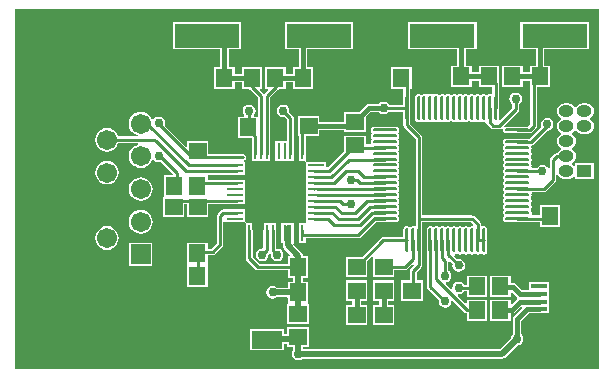
<source format=gtl>
%FSLAX23Y23*%
%MOIN*%
G70*
G01*
G75*
G04 Layer_Physical_Order=1*
G04 Layer_Color=255*
%ADD10R,0.059X0.055*%
%ADD11R,0.100X0.060*%
%ADD12R,0.055X0.059*%
%ADD13R,0.071X0.075*%
%ADD14R,0.055X0.016*%
%ADD15O,0.083X0.010*%
%ADD16O,0.010X0.083*%
%ADD17R,0.217X0.079*%
%ADD18R,0.010X0.055*%
%ADD19R,0.055X0.010*%
%ADD20R,0.163X0.163*%
%ADD21C,0.010*%
%ADD22C,0.020*%
%ADD23C,0.015*%
%ADD24O,0.050X0.040*%
%ADD25R,0.050X0.040*%
%ADD26C,0.187*%
%ADD27R,0.067X0.067*%
%ADD28C,0.067*%
%ADD29C,0.030*%
G36*
X1958Y30D02*
X10D01*
Y1230D01*
X1958D01*
Y30D01*
D02*
G37*
%LPC*%
G36*
X469Y451D02*
X391D01*
Y373D01*
X469D01*
Y451D01*
D02*
G37*
G36*
X318Y506D02*
X308Y505D01*
X298Y501D01*
X290Y494D01*
X284Y486D01*
X280Y477D01*
X279Y466D01*
X280Y456D01*
X284Y447D01*
X290Y438D01*
X298Y432D01*
X308Y428D01*
X318Y427D01*
X328Y428D01*
X338Y432D01*
X346Y438D01*
X352Y447D01*
X356Y456D01*
X358Y466D01*
X356Y477D01*
X352Y486D01*
X346Y494D01*
X338Y501D01*
X328Y505D01*
X318Y506D01*
D02*
G37*
G36*
X881Y518D02*
X840D01*
Y494D01*
X839Y492D01*
Y435D01*
X835Y431D01*
X835Y431D01*
X827Y430D01*
X820Y425D01*
X815Y418D01*
X814Y410D01*
X815Y402D01*
X820Y395D01*
X827Y390D01*
X835Y389D01*
X843Y390D01*
X850Y395D01*
X855Y402D01*
X856Y410D01*
X856Y411D01*
X857Y413D01*
X863Y413D01*
X864Y412D01*
X864Y410D01*
X865Y402D01*
X870Y395D01*
X877Y390D01*
X885Y389D01*
X893Y390D01*
X900Y395D01*
X905Y402D01*
X906Y410D01*
X905Y418D01*
X900Y425D01*
X893Y430D01*
X885Y431D01*
X881Y434D01*
Y492D01*
X881Y494D01*
Y518D01*
D02*
G37*
G36*
X706Y562D02*
X702Y561D01*
X698Y559D01*
X698Y559D01*
X687Y548D01*
X685Y544D01*
X684Y540D01*
X684Y540D01*
Y450D01*
X665Y431D01*
X653D01*
Y451D01*
X586D01*
Y379D01*
X586D01*
Y376D01*
X586D01*
Y304D01*
X653D01*
Y376D01*
X653D01*
Y379D01*
X653D01*
Y409D01*
X670D01*
X670Y409D01*
X674Y410D01*
X678Y412D01*
X703Y437D01*
X703Y437D01*
X705Y441D01*
X706Y445D01*
Y519D01*
X711Y520D01*
X711Y520D01*
Y520D01*
X711Y520D01*
X773D01*
X773D01*
X774Y520D01*
X775Y520D01*
X776Y520D01*
X777Y520D01*
X778Y519D01*
X778Y519D01*
X779Y519D01*
X779Y519D01*
X779Y519D01*
Y519D01*
X779D01*
X779Y519D01*
X779Y519D01*
X779Y518D01*
X779Y518D01*
X780Y517D01*
X780Y516D01*
X780Y515D01*
X780Y514D01*
X780Y513D01*
Y513D01*
Y494D01*
X780Y492D01*
Y399D01*
X780Y399D01*
X781Y394D01*
X783Y391D01*
X812Y362D01*
X812Y362D01*
X816Y360D01*
X820Y359D01*
X922D01*
Y334D01*
X939D01*
Y321D01*
X922D01*
Y301D01*
X883D01*
X878Y305D01*
X870Y306D01*
X862Y305D01*
X855Y300D01*
X850Y293D01*
X849Y285D01*
X850Y277D01*
X855Y270D01*
X862Y265D01*
X870Y264D01*
X878Y265D01*
X883Y269D01*
X919D01*
X922Y265D01*
Y249D01*
X919Y248D01*
X919D01*
Y181D01*
X991D01*
Y248D01*
X991D01*
X989Y249D01*
Y321D01*
X972D01*
Y334D01*
X989D01*
Y406D01*
X972D01*
Y406D01*
X971Y413D01*
X967Y418D01*
X939Y446D01*
X940Y451D01*
X940D01*
Y518D01*
X899D01*
Y451D01*
X904D01*
Y442D01*
X905Y436D01*
X908Y430D01*
X929Y410D01*
X927Y406D01*
X922D01*
Y381D01*
X825D01*
X803Y403D01*
Y492D01*
X802Y494D01*
Y518D01*
X785D01*
X785D01*
X784Y518D01*
X783Y518D01*
X783Y518D01*
X782Y518D01*
X780Y519D01*
X780Y519D01*
X780Y519D01*
X779Y519D01*
X779Y519D01*
X779D01*
X779Y519D01*
X779Y520D01*
X779Y520D01*
X779Y520D01*
X778Y522D01*
X778Y523D01*
X778Y523D01*
X778Y524D01*
X778Y525D01*
Y525D01*
Y540D01*
Y562D01*
X754D01*
X752Y562D01*
X706D01*
X706Y562D01*
D02*
G37*
G36*
X1185Y325D02*
X1114D01*
Y258D01*
X1136D01*
Y242D01*
X1114D01*
Y175D01*
X1185D01*
Y242D01*
X1163D01*
Y258D01*
X1185D01*
Y325D01*
D02*
G37*
G36*
X1276D02*
X1205D01*
Y258D01*
X1226D01*
Y244D01*
X1205D01*
Y177D01*
X1276D01*
Y244D01*
X1254D01*
Y258D01*
X1276D01*
Y325D01*
D02*
G37*
G36*
X1663Y341D02*
X1596D01*
Y269D01*
X1663D01*
Y286D01*
X1668Y288D01*
X1685Y270D01*
X1685Y270D01*
X1685Y264D01*
X1685Y264D01*
X1668Y247D01*
X1663Y249D01*
Y261D01*
X1596D01*
Y189D01*
X1663D01*
Y215D01*
X1668D01*
X1674Y216D01*
X1678Y219D01*
X1698Y238D01*
X1700Y238D01*
X1701Y233D01*
X1675Y207D01*
X1672Y202D01*
X1671Y197D01*
Y146D01*
X1670Y145D01*
X1665Y138D01*
X1664Y132D01*
X1628Y96D01*
X971D01*
Y102D01*
X991D01*
Y169D01*
X919D01*
Y147D01*
X908D01*
Y164D01*
X796D01*
Y92D01*
X908D01*
Y114D01*
X919D01*
Y102D01*
X939D01*
Y93D01*
X935Y88D01*
X934Y80D01*
X935Y72D01*
X940Y65D01*
X947Y60D01*
X955Y59D01*
X963Y60D01*
X968Y64D01*
X1635D01*
X1641Y65D01*
X1647Y68D01*
X1687Y109D01*
X1693Y110D01*
X1700Y115D01*
X1705Y122D01*
X1706Y130D01*
X1705Y138D01*
X1700Y145D01*
X1699Y146D01*
Y191D01*
X1721Y213D01*
X1725Y215D01*
X1725Y215D01*
Y215D01*
X1725Y215D01*
X1792D01*
Y241D01*
Y266D01*
Y292D01*
Y319D01*
X1725D01*
Y294D01*
X1701D01*
X1682Y313D01*
X1677Y316D01*
X1672Y317D01*
X1663D01*
Y341D01*
D02*
G37*
G36*
X430Y560D02*
X420Y559D01*
X410Y555D01*
X402Y549D01*
X396Y541D01*
X392Y531D01*
X390Y521D01*
X392Y511D01*
X396Y501D01*
X402Y493D01*
X410Y487D01*
X420Y483D01*
X430Y481D01*
X440Y483D01*
X450Y487D01*
X458Y493D01*
X464Y501D01*
X468Y511D01*
X470Y521D01*
X468Y531D01*
X464Y541D01*
X458Y549D01*
X450Y555D01*
X440Y559D01*
X430Y560D01*
D02*
G37*
G36*
X1333Y1036D02*
X1266D01*
Y964D01*
X1306D01*
Y911D01*
X1258D01*
X1255Y915D01*
X1248Y920D01*
X1240Y921D01*
X1232Y920D01*
X1225Y915D01*
X1224Y914D01*
X1191D01*
X1185Y913D01*
X1184Y912D01*
X1181Y910D01*
X1181Y910D01*
X1158Y887D01*
X1108D01*
Y854D01*
X1026D01*
Y874D01*
X954D01*
Y807D01*
X957D01*
Y748D01*
X958Y746D01*
Y722D01*
X975D01*
X975D01*
X976Y722D01*
X977Y722D01*
X977Y722D01*
X978Y722D01*
X980Y721D01*
X980Y721D01*
X980Y721D01*
X981Y721D01*
X981Y721D01*
Y721D01*
X981D01*
X981Y721D01*
X981Y720D01*
X981Y720D01*
X981Y720D01*
X982Y718D01*
X982Y717D01*
X982Y717D01*
X982Y716D01*
X982Y715D01*
Y715D01*
Y698D01*
Y678D01*
Y658D01*
Y639D01*
Y619D01*
Y599D01*
Y580D01*
Y560D01*
Y540D01*
Y525D01*
Y525D01*
X982Y524D01*
X982Y523D01*
X982Y523D01*
X982Y522D01*
X981Y520D01*
X981Y520D01*
X981Y520D01*
X981Y519D01*
X981Y519D01*
X981D01*
Y519D01*
X981Y519D01*
X980Y519D01*
X980Y519D01*
X980Y519D01*
X978Y518D01*
X977Y518D01*
X977Y518D01*
X976Y518D01*
X975Y518D01*
X975D01*
X958D01*
Y494D01*
X957Y492D01*
Y476D01*
X958Y475D01*
Y451D01*
X980D01*
Y465D01*
X1154D01*
X1154Y465D01*
X1158Y466D01*
X1161Y468D01*
X1213Y520D01*
X1245D01*
X1245Y520D01*
X1281D01*
X1285Y521D01*
X1289Y523D01*
X1291Y527D01*
X1292Y531D01*
X1291Y536D01*
X1290Y538D01*
X1289Y541D01*
X1290Y545D01*
X1291Y547D01*
X1292Y551D01*
X1291Y555D01*
X1290Y557D01*
X1289Y561D01*
X1290Y564D01*
X1291Y566D01*
X1292Y571D01*
X1291Y575D01*
X1290Y577D01*
X1289Y581D01*
X1290Y584D01*
X1291Y586D01*
X1292Y590D01*
X1291Y595D01*
X1290Y597D01*
X1289Y600D01*
X1290Y604D01*
X1291Y606D01*
X1292Y610D01*
X1291Y614D01*
X1290Y617D01*
X1289Y620D01*
X1290Y623D01*
X1291Y626D01*
X1292Y630D01*
X1291Y634D01*
X1290Y636D01*
X1289Y640D01*
X1290Y643D01*
X1291Y645D01*
X1292Y649D01*
X1291Y654D01*
X1290Y656D01*
X1289Y659D01*
X1290Y663D01*
X1291Y665D01*
X1292Y669D01*
X1291Y673D01*
X1290Y676D01*
X1289Y679D01*
X1290Y682D01*
X1291Y685D01*
X1292Y689D01*
X1291Y693D01*
X1290Y695D01*
X1289Y699D01*
X1290Y702D01*
X1291Y704D01*
X1292Y709D01*
X1291Y713D01*
X1290Y715D01*
X1289Y718D01*
X1290Y722D01*
X1291Y724D01*
X1292Y728D01*
X1291Y732D01*
X1290Y735D01*
X1289Y738D01*
X1290Y741D01*
X1291Y744D01*
X1292Y748D01*
X1291Y752D01*
X1290Y754D01*
X1289Y758D01*
X1290Y761D01*
X1291Y763D01*
X1292Y768D01*
X1291Y772D01*
X1290Y774D01*
X1289Y777D01*
X1290Y781D01*
X1291Y783D01*
X1292Y787D01*
X1291Y792D01*
X1290Y794D01*
X1289Y797D01*
X1290Y801D01*
X1291Y803D01*
X1292Y807D01*
X1291Y811D01*
X1290Y813D01*
X1289Y817D01*
X1290Y820D01*
X1291Y822D01*
X1292Y827D01*
X1291Y831D01*
X1289Y835D01*
X1285Y837D01*
X1281Y838D01*
X1208D01*
X1204Y837D01*
X1200Y835D01*
X1198Y831D01*
X1197Y827D01*
X1198Y822D01*
X1199Y820D01*
X1200Y817D01*
X1199Y813D01*
X1198Y811D01*
X1197Y807D01*
X1198Y803D01*
X1199Y801D01*
X1200Y797D01*
X1199Y794D01*
X1198Y792D01*
X1197Y787D01*
X1198Y784D01*
X1196Y781D01*
X1195Y779D01*
X1180D01*
Y808D01*
X1108D01*
Y756D01*
X1054Y702D01*
X1049Y704D01*
Y720D01*
X987D01*
X987D01*
X986Y720D01*
X985Y720D01*
X984Y720D01*
X983Y720D01*
X982Y721D01*
X982Y721D01*
X981Y721D01*
X981Y721D01*
X981Y721D01*
X981D01*
X981Y721D01*
X981Y721D01*
X981Y722D01*
X981Y722D01*
X980Y723D01*
X980Y724D01*
X980Y725D01*
X980Y726D01*
X980Y727D01*
Y727D01*
Y746D01*
X980Y748D01*
Y807D01*
X1026D01*
Y827D01*
X1108D01*
Y820D01*
X1180D01*
Y869D01*
X1196Y886D01*
X1224D01*
X1225Y885D01*
X1232Y880D01*
X1240Y879D01*
X1248Y880D01*
X1255Y885D01*
X1257Y888D01*
X1306D01*
Y843D01*
X1306Y843D01*
X1307Y838D01*
X1309Y835D01*
X1347Y798D01*
Y531D01*
X1347Y530D01*
X1347Y530D01*
Y508D01*
X1342Y505D01*
X1341Y505D01*
X1337Y506D01*
X1333Y505D01*
X1331Y504D01*
X1327Y503D01*
X1324Y504D01*
X1322Y505D01*
X1317Y506D01*
X1313Y505D01*
X1309Y503D01*
X1307Y499D01*
X1306Y495D01*
Y470D01*
X1238D01*
X1234Y469D01*
X1230Y466D01*
X1230Y466D01*
X1167Y404D01*
X1114D01*
Y337D01*
X1185D01*
Y390D01*
X1200Y405D01*
X1203Y403D01*
X1204Y403D01*
X1204Y402D01*
X1205Y402D01*
Y402D01*
Y401D01*
X1205Y399D01*
Y399D01*
Y399D01*
Y337D01*
X1276D01*
Y359D01*
X1311D01*
X1311Y359D01*
X1315Y360D01*
X1319Y362D01*
X1337Y380D01*
X1342Y378D01*
X1342Y378D01*
X1331Y366D01*
X1328Y363D01*
X1327Y358D01*
X1327Y358D01*
Y325D01*
X1299D01*
Y258D01*
X1370D01*
Y325D01*
X1350D01*
Y354D01*
X1365Y368D01*
X1365Y368D01*
X1367Y372D01*
X1368Y376D01*
X1368Y376D01*
Y455D01*
X1368Y455D01*
X1369Y460D01*
X1369Y460D01*
Y520D01*
X1530D01*
X1539Y511D01*
X1538Y506D01*
X1537Y505D01*
X1534Y506D01*
X1530Y505D01*
X1527Y504D01*
X1524Y503D01*
X1521Y504D01*
X1518Y505D01*
X1514Y506D01*
X1510Y505D01*
X1508Y504D01*
X1504Y503D01*
X1501Y504D01*
X1499Y505D01*
X1495Y506D01*
X1490Y505D01*
X1488Y504D01*
X1485Y503D01*
X1481Y504D01*
X1479Y505D01*
X1475Y506D01*
X1471Y505D01*
X1468Y504D01*
X1465Y503D01*
X1462Y504D01*
X1459Y505D01*
X1455Y506D01*
X1451Y505D01*
X1449Y504D01*
X1445Y503D01*
X1442Y504D01*
X1440Y505D01*
X1435Y506D01*
X1431Y505D01*
X1429Y504D01*
X1426Y503D01*
X1422Y504D01*
X1420Y505D01*
X1416Y506D01*
X1412Y505D01*
X1409Y504D01*
X1406Y503D01*
X1403Y504D01*
X1400Y505D01*
X1396Y506D01*
X1392Y505D01*
X1388Y503D01*
X1386Y499D01*
X1385Y495D01*
Y459D01*
X1385Y459D01*
Y304D01*
X1385Y304D01*
X1386Y300D01*
X1388Y296D01*
X1425Y260D01*
X1424Y255D01*
X1425Y247D01*
X1430Y240D01*
X1437Y235D01*
X1445Y234D01*
X1453Y235D01*
X1460Y240D01*
X1465Y247D01*
X1466Y255D01*
X1466Y256D01*
X1471Y258D01*
X1509Y220D01*
X1509Y220D01*
X1512Y218D01*
X1517Y217D01*
X1517D01*
Y189D01*
X1584D01*
Y261D01*
X1517D01*
Y250D01*
X1512Y248D01*
X1487Y274D01*
X1489Y279D01*
X1490Y279D01*
X1498Y280D01*
X1505Y285D01*
X1508Y289D01*
X1517D01*
Y269D01*
X1584D01*
Y341D01*
X1517D01*
Y311D01*
X1508D01*
X1505Y315D01*
X1498Y320D01*
X1490Y321D01*
X1482Y320D01*
X1475Y315D01*
X1470Y308D01*
X1469Y300D01*
X1469Y299D01*
X1464Y297D01*
X1447Y314D01*
X1449Y319D01*
X1453Y320D01*
X1460Y325D01*
X1465Y332D01*
X1466Y340D01*
X1465Y348D01*
X1460Y355D01*
X1456Y358D01*
Y386D01*
X1461Y388D01*
X1470Y380D01*
X1469Y375D01*
X1471Y367D01*
X1475Y360D01*
X1482Y355D01*
X1490Y354D01*
X1499Y355D01*
X1506Y360D01*
X1510Y367D01*
X1511Y370D01*
X1511Y371D01*
X1512Y375D01*
X1511Y379D01*
X1511Y380D01*
X1510Y383D01*
X1506Y390D01*
X1499Y395D01*
X1490Y396D01*
X1486Y395D01*
X1475Y406D01*
X1477Y411D01*
X1479Y412D01*
X1481Y413D01*
X1485Y414D01*
X1488Y413D01*
X1490Y412D01*
X1495Y411D01*
X1499Y412D01*
X1501Y413D01*
X1504Y414D01*
X1508Y413D01*
X1510Y412D01*
X1514Y411D01*
X1518Y412D01*
X1521Y413D01*
X1524Y414D01*
X1527Y413D01*
X1530Y412D01*
X1534Y411D01*
X1538Y412D01*
X1540Y413D01*
X1544Y414D01*
X1547Y413D01*
X1549Y412D01*
X1554Y411D01*
X1558Y412D01*
X1560Y413D01*
X1563Y414D01*
X1567Y413D01*
X1569Y412D01*
X1573Y411D01*
X1578Y412D01*
X1581Y414D01*
X1584Y418D01*
X1584Y422D01*
Y458D01*
X1584Y459D01*
X1584Y459D01*
Y495D01*
X1584Y499D01*
X1581Y503D01*
X1578Y505D01*
X1573Y506D01*
X1570Y505D01*
X1567Y507D01*
X1565Y508D01*
Y512D01*
X1565Y512D01*
X1564Y517D01*
X1562Y520D01*
X1562Y520D01*
X1543Y539D01*
X1539Y541D01*
X1535Y542D01*
X1535Y542D01*
X1369D01*
Y802D01*
X1369Y802D01*
X1368Y807D01*
X1366Y810D01*
X1366Y810D01*
X1329Y847D01*
Y899D01*
Y964D01*
X1333D01*
Y1036D01*
D02*
G37*
G36*
X1914Y915D02*
X1904D01*
X1898Y914D01*
X1891Y912D01*
X1886Y908D01*
X1882Y903D01*
X1879Y902D01*
X1877Y903D01*
X1873Y908D01*
X1867Y912D01*
X1861Y914D01*
X1854Y915D01*
X1844D01*
X1838Y914D01*
X1831Y912D01*
X1826Y908D01*
X1822Y902D01*
X1819Y896D01*
X1818Y889D01*
X1819Y882D01*
X1822Y876D01*
X1826Y870D01*
X1831Y867D01*
X1831Y864D01*
X1831Y861D01*
X1826Y858D01*
X1822Y852D01*
X1819Y846D01*
X1818Y839D01*
X1819Y832D01*
X1822Y826D01*
X1826Y820D01*
X1831Y817D01*
X1831Y814D01*
X1831Y811D01*
X1826Y808D01*
X1822Y802D01*
X1819Y796D01*
X1818Y789D01*
X1819Y782D01*
X1822Y776D01*
X1826Y770D01*
X1831Y767D01*
X1831Y764D01*
X1831Y761D01*
X1826Y758D01*
X1822Y752D01*
X1821Y750D01*
X1818D01*
X1818Y750D01*
X1814Y749D01*
X1810Y747D01*
X1810Y747D01*
X1796Y733D01*
X1794Y729D01*
X1793Y725D01*
X1793Y725D01*
Y701D01*
X1792Y700D01*
X1785Y702D01*
X1784Y704D01*
X1777Y709D01*
X1768Y710D01*
X1760Y709D01*
X1753Y704D01*
X1751Y700D01*
X1735D01*
X1734Y702D01*
X1732Y705D01*
X1733Y709D01*
X1732Y713D01*
X1731Y715D01*
X1730Y718D01*
X1731Y722D01*
X1732Y724D01*
X1733Y728D01*
X1732Y732D01*
X1731Y735D01*
X1730Y738D01*
X1731Y741D01*
X1732Y744D01*
X1733Y748D01*
X1732Y752D01*
X1731Y754D01*
X1730Y758D01*
X1731Y761D01*
X1732Y763D01*
X1733Y768D01*
X1732Y771D01*
X1732Y772D01*
X1735Y777D01*
X1737Y777D01*
X1740Y779D01*
X1785Y824D01*
X1785Y824D01*
X1793Y825D01*
X1800Y830D01*
X1805Y837D01*
X1806Y845D01*
X1805Y853D01*
X1800Y860D01*
X1793Y865D01*
X1785Y866D01*
X1777Y865D01*
X1770Y860D01*
X1765Y853D01*
X1764Y845D01*
X1765Y837D01*
X1766Y836D01*
X1728Y798D01*
X1685D01*
X1685Y798D01*
X1649D01*
X1645Y798D01*
X1641Y795D01*
X1639Y792D01*
X1638Y787D01*
X1639Y783D01*
X1640Y781D01*
X1641Y777D01*
X1640Y774D01*
X1639Y772D01*
X1638Y768D01*
X1639Y763D01*
X1640Y761D01*
X1641Y758D01*
X1640Y754D01*
X1639Y752D01*
X1638Y748D01*
X1639Y744D01*
X1640Y741D01*
X1641Y738D01*
X1640Y735D01*
X1639Y732D01*
X1638Y728D01*
X1639Y724D01*
X1640Y722D01*
X1641Y718D01*
X1640Y715D01*
X1639Y713D01*
X1638Y709D01*
X1639Y704D01*
X1640Y702D01*
X1641Y699D01*
X1640Y695D01*
X1639Y693D01*
X1638Y689D01*
X1639Y685D01*
X1640Y682D01*
X1641Y679D01*
X1640Y676D01*
X1639Y673D01*
X1638Y669D01*
X1639Y665D01*
X1640Y663D01*
X1641Y659D01*
X1640Y656D01*
X1639Y654D01*
X1638Y649D01*
X1639Y645D01*
X1640Y643D01*
X1641Y640D01*
X1640Y636D01*
X1639Y634D01*
X1638Y630D01*
X1639Y626D01*
X1640Y623D01*
X1641Y620D01*
X1640Y617D01*
X1639Y614D01*
X1638Y610D01*
X1639Y606D01*
X1640Y604D01*
X1641Y600D01*
X1640Y597D01*
X1639Y595D01*
X1638Y590D01*
X1639Y586D01*
X1640Y584D01*
X1641Y581D01*
X1640Y577D01*
X1639Y575D01*
X1638Y571D01*
X1639Y566D01*
X1640Y564D01*
X1641Y561D01*
X1640Y557D01*
X1639Y555D01*
X1638Y551D01*
X1639Y547D01*
X1640Y545D01*
X1641Y541D01*
X1640Y538D01*
X1639Y536D01*
X1638Y531D01*
X1639Y527D01*
X1641Y523D01*
X1645Y521D01*
X1649Y520D01*
X1685D01*
X1685Y520D01*
X1762D01*
Y504D01*
X1829D01*
Y576D01*
X1762D01*
Y543D01*
X1735D01*
X1734Y545D01*
X1732Y548D01*
X1733Y551D01*
X1732Y555D01*
X1731Y557D01*
X1730Y561D01*
X1731Y564D01*
X1732Y566D01*
X1733Y571D01*
X1732Y575D01*
X1731Y577D01*
X1730Y581D01*
X1731Y584D01*
X1732Y586D01*
X1733Y590D01*
X1732Y595D01*
X1731Y597D01*
X1730Y600D01*
X1731Y604D01*
X1732Y606D01*
X1733Y610D01*
X1732Y614D01*
X1734Y616D01*
X1735Y619D01*
X1773D01*
X1773Y619D01*
X1778Y619D01*
X1781Y622D01*
X1812Y653D01*
X1812Y653D01*
X1814Y656D01*
X1815Y660D01*
X1815Y660D01*
Y678D01*
X1820Y679D01*
X1822Y676D01*
X1826Y670D01*
X1831Y666D01*
X1838Y664D01*
X1844Y663D01*
X1854D01*
X1861Y664D01*
X1867Y666D01*
X1873Y670D01*
X1873Y671D01*
X1878Y669D01*
Y663D01*
X1940D01*
Y715D01*
X1878D01*
Y709D01*
X1873Y707D01*
X1873Y708D01*
X1868Y711D01*
X1868Y714D01*
X1868Y717D01*
X1873Y720D01*
X1877Y726D01*
X1880Y732D01*
X1881Y739D01*
X1880Y746D01*
X1877Y752D01*
X1873Y758D01*
X1868Y761D01*
X1868Y764D01*
X1868Y767D01*
X1873Y770D01*
X1877Y776D01*
X1880Y782D01*
X1881Y789D01*
X1880Y796D01*
X1877Y802D01*
X1873Y808D01*
X1868Y811D01*
X1868Y814D01*
X1868Y817D01*
X1873Y820D01*
X1877Y825D01*
X1879Y826D01*
X1882Y825D01*
X1886Y820D01*
X1891Y816D01*
X1898Y814D01*
X1904Y813D01*
X1914D01*
X1921Y814D01*
X1927Y816D01*
X1933Y820D01*
X1937Y826D01*
X1940Y832D01*
X1941Y839D01*
X1940Y846D01*
X1937Y852D01*
X1933Y858D01*
X1928Y861D01*
X1928Y864D01*
X1928Y867D01*
X1933Y870D01*
X1937Y876D01*
X1940Y882D01*
X1941Y889D01*
X1940Y896D01*
X1937Y902D01*
X1933Y908D01*
X1927Y912D01*
X1921Y914D01*
X1914Y915D01*
D02*
G37*
G36*
X1924Y1185D02*
X1696D01*
Y1095D01*
X1747D01*
Y1041D01*
X1727D01*
Y1019D01*
X1703D01*
Y1041D01*
X1636D01*
Y969D01*
X1703D01*
Y991D01*
X1727D01*
Y969D01*
X1729D01*
Y845D01*
X1722Y838D01*
X1685D01*
X1685Y838D01*
X1649D01*
X1645Y837D01*
X1642Y841D01*
X1688Y887D01*
X1688Y887D01*
X1690Y891D01*
X1691Y895D01*
Y912D01*
X1695Y915D01*
X1700Y922D01*
X1701Y930D01*
X1700Y938D01*
X1695Y945D01*
X1688Y950D01*
X1680Y951D01*
X1672Y950D01*
X1665Y945D01*
X1660Y938D01*
X1659Y930D01*
X1660Y922D01*
X1665Y915D01*
X1669Y912D01*
Y900D01*
X1628Y859D01*
X1623Y861D01*
X1624Y863D01*
Y899D01*
X1624Y899D01*
Y969D01*
X1624D01*
Y1041D01*
X1557D01*
Y1019D01*
X1533D01*
Y1041D01*
X1513D01*
Y1095D01*
X1550D01*
Y1185D01*
X1322D01*
Y1095D01*
X1486D01*
Y1041D01*
X1466D01*
Y969D01*
X1533D01*
Y991D01*
X1557D01*
Y969D01*
X1601D01*
Y949D01*
X1599Y948D01*
X1596Y946D01*
X1593Y947D01*
X1589Y946D01*
X1585Y944D01*
X1581D01*
X1578Y946D01*
X1573Y947D01*
X1569Y946D01*
X1565Y944D01*
X1561D01*
X1558Y946D01*
X1554Y947D01*
X1549Y946D01*
X1546Y944D01*
X1542D01*
X1538Y946D01*
X1534Y947D01*
X1530Y946D01*
X1526Y944D01*
X1522D01*
X1518Y946D01*
X1514Y947D01*
X1510Y946D01*
X1508Y945D01*
X1504Y944D01*
X1501Y945D01*
X1499Y946D01*
X1495Y947D01*
X1490Y946D01*
X1488Y945D01*
X1485Y944D01*
X1481Y945D01*
X1479Y946D01*
X1475Y947D01*
X1471Y946D01*
X1467Y944D01*
X1463D01*
X1459Y946D01*
X1455Y947D01*
X1451Y946D01*
X1449Y945D01*
X1445Y944D01*
X1442Y945D01*
X1440Y946D01*
X1435Y947D01*
X1431Y946D01*
X1428Y944D01*
X1424D01*
X1420Y946D01*
X1416Y947D01*
X1412Y946D01*
X1409Y945D01*
X1406Y944D01*
X1403Y945D01*
X1400Y946D01*
X1396Y947D01*
X1392Y946D01*
X1390Y945D01*
X1386Y944D01*
X1383Y945D01*
X1381Y946D01*
X1376Y947D01*
X1372Y946D01*
X1369Y944D01*
X1365D01*
X1361Y946D01*
X1357Y947D01*
X1352Y946D01*
X1349Y944D01*
X1346Y940D01*
X1346Y936D01*
Y863D01*
X1346Y859D01*
X1349Y855D01*
X1352Y853D01*
X1357Y852D01*
X1361Y853D01*
X1365Y855D01*
X1369D01*
X1372Y853D01*
X1376Y852D01*
X1381Y853D01*
X1383Y854D01*
X1386Y855D01*
X1390Y854D01*
X1392Y853D01*
X1396Y852D01*
X1400Y853D01*
X1403Y854D01*
X1406Y855D01*
X1409Y854D01*
X1412Y853D01*
X1416Y852D01*
X1420Y853D01*
X1424Y855D01*
X1428D01*
X1431Y853D01*
X1435Y852D01*
X1440Y853D01*
X1442Y854D01*
X1445Y855D01*
X1449Y854D01*
X1451Y853D01*
X1455Y852D01*
X1459Y853D01*
X1463Y855D01*
X1467D01*
X1471Y853D01*
X1475Y852D01*
X1479Y853D01*
X1481Y854D01*
X1485Y855D01*
X1488Y854D01*
X1490Y853D01*
X1495Y852D01*
X1499Y853D01*
X1501Y854D01*
X1504Y855D01*
X1508Y854D01*
X1510Y853D01*
X1514Y852D01*
X1518Y853D01*
X1522Y855D01*
X1526D01*
X1530Y853D01*
X1534Y852D01*
X1538Y853D01*
X1542Y855D01*
X1546D01*
X1549Y853D01*
X1554Y852D01*
X1558Y853D01*
X1561Y855D01*
X1565D01*
X1569Y853D01*
X1573Y852D01*
X1577Y853D01*
X1578Y852D01*
X1582Y850D01*
X1583Y848D01*
X1585Y844D01*
X1597Y832D01*
X1597Y832D01*
X1601Y830D01*
X1605Y829D01*
X1605Y829D01*
X1625D01*
X1625Y829D01*
X1629Y830D01*
X1633Y832D01*
X1635Y834D01*
X1639Y831D01*
X1638Y827D01*
X1639Y822D01*
X1641Y819D01*
X1645Y816D01*
X1649Y816D01*
X1685D01*
X1685Y815D01*
X1727D01*
X1727Y815D01*
X1731Y816D01*
X1735Y819D01*
X1748Y832D01*
X1750Y836D01*
X1751Y840D01*
X1751Y840D01*
Y969D01*
X1794D01*
Y1041D01*
X1774D01*
Y1095D01*
X1924D01*
Y1185D01*
D02*
G37*
G36*
X1139D02*
X911D01*
Y1095D01*
X957D01*
Y1036D01*
X937D01*
Y1014D01*
X913D01*
Y1036D01*
X846D01*
Y964D01*
X853D01*
X855Y960D01*
X844Y949D01*
X841Y948D01*
X837Y949D01*
X826Y960D01*
X828Y964D01*
X834D01*
Y1036D01*
X767D01*
Y1014D01*
X743D01*
Y1036D01*
X723D01*
Y1095D01*
X765D01*
Y1185D01*
X537D01*
Y1095D01*
X696D01*
Y1036D01*
X676D01*
Y964D01*
X743D01*
Y986D01*
X767D01*
Y964D01*
X791D01*
X791Y964D01*
X793Y961D01*
X820Y935D01*
Y871D01*
X809D01*
X808Y872D01*
X807Y876D01*
X811Y882D01*
X813Y890D01*
X811Y898D01*
X806Y905D01*
X800Y910D01*
X791Y911D01*
X783Y910D01*
X776Y905D01*
X772Y898D01*
X770Y890D01*
X772Y882D01*
X776Y876D01*
X775Y872D01*
X773Y871D01*
X756D01*
Y799D01*
X800D01*
Y748D01*
X800Y746D01*
Y722D01*
X861D01*
Y746D01*
X862Y748D01*
Y935D01*
X888Y961D01*
X888Y961D01*
X890Y964D01*
X913D01*
Y986D01*
X937D01*
Y964D01*
X1004D01*
Y1036D01*
X984D01*
Y1095D01*
X1139D01*
Y1185D01*
D02*
G37*
G36*
X318Y724D02*
X308Y723D01*
X298Y719D01*
X290Y712D01*
X284Y704D01*
X280Y695D01*
X279Y684D01*
X280Y674D01*
X284Y665D01*
X290Y656D01*
X298Y650D01*
X308Y646D01*
X318Y645D01*
X328Y646D01*
X338Y650D01*
X346Y656D01*
X352Y665D01*
X356Y674D01*
X358Y684D01*
X356Y695D01*
X352Y704D01*
X346Y712D01*
X338Y719D01*
X328Y723D01*
X318Y724D01*
D02*
G37*
G36*
X430Y670D02*
X420Y668D01*
X410Y664D01*
X402Y658D01*
X396Y650D01*
X392Y640D01*
X390Y630D01*
X392Y620D01*
X396Y610D01*
X402Y602D01*
X410Y596D01*
X420Y592D01*
X430Y590D01*
X440Y592D01*
X450Y596D01*
X458Y602D01*
X464Y610D01*
X468Y620D01*
X470Y630D01*
X468Y640D01*
X464Y650D01*
X458Y658D01*
X450Y664D01*
X440Y668D01*
X430Y670D01*
D02*
G37*
G36*
Y888D02*
X420Y886D01*
X410Y882D01*
X402Y876D01*
X396Y868D01*
X392Y858D01*
X390Y848D01*
X392Y838D01*
X396Y828D01*
X402Y820D01*
X410Y814D01*
X420Y810D01*
X420Y810D01*
X420Y805D01*
X356D01*
X352Y813D01*
X346Y822D01*
X338Y828D01*
X328Y832D01*
X318Y833D01*
X308Y832D01*
X298Y828D01*
X290Y822D01*
X284Y813D01*
X280Y804D01*
X279Y794D01*
X280Y783D01*
X284Y774D01*
X290Y765D01*
X298Y759D01*
X308Y755D01*
X318Y754D01*
X328Y755D01*
X338Y759D01*
X346Y765D01*
X352Y774D01*
X356Y782D01*
X420D01*
X420Y777D01*
X420Y777D01*
X410Y773D01*
X402Y767D01*
X396Y759D01*
X392Y749D01*
X390Y739D01*
X392Y729D01*
X396Y719D01*
X402Y711D01*
X410Y705D01*
X420Y701D01*
X430Y699D01*
X440Y701D01*
X450Y705D01*
X458Y711D01*
X464Y719D01*
X467Y727D01*
X472Y728D01*
X473Y728D01*
X475Y725D01*
X482Y720D01*
X490Y719D01*
X498Y720D01*
X499Y721D01*
X539Y681D01*
X537Y676D01*
X507D01*
Y608D01*
X507Y607D01*
X504Y603D01*
D01*
Y602D01*
X504Y601D01*
Y536D01*
X576D01*
Y579D01*
X584D01*
Y536D01*
X656D01*
Y579D01*
X752D01*
X754Y580D01*
X778D01*
Y599D01*
Y619D01*
Y639D01*
Y660D01*
X754D01*
X752Y661D01*
X656D01*
X653Y664D01*
Y673D01*
X653Y676D01*
X657Y678D01*
D01*
X752D01*
X754Y678D01*
X778D01*
Y698D01*
Y720D01*
X774D01*
X774Y725D01*
X774Y725D01*
X778Y727D01*
X780Y731D01*
X781Y735D01*
X780Y739D01*
X778Y743D01*
X774Y745D01*
X770Y746D01*
X656D01*
Y789D01*
X584D01*
Y773D01*
X580Y771D01*
X509Y841D01*
X510Y842D01*
X511Y850D01*
X510Y858D01*
X505Y865D01*
X498Y870D01*
X490Y871D01*
X482Y870D01*
X475Y865D01*
X472Y861D01*
X467Y862D01*
X464Y868D01*
X458Y876D01*
X450Y882D01*
X440Y886D01*
X430Y888D01*
D02*
G37*
G36*
X905Y911D02*
X897Y910D01*
X890Y905D01*
X885Y898D01*
X884Y890D01*
X885Y882D01*
X890Y875D01*
X897Y870D01*
X905Y869D01*
X910Y870D01*
X918Y861D01*
Y789D01*
X879D01*
Y722D01*
X940D01*
Y746D01*
X940Y748D01*
Y866D01*
X940Y866D01*
X940Y870D01*
X937Y874D01*
X937Y874D01*
X925Y885D01*
X926Y890D01*
X925Y898D01*
X920Y905D01*
X913Y910D01*
X905Y911D01*
D02*
G37*
%LPD*%
D10*
X1150Y291D02*
D03*
Y370D02*
D03*
Y130D02*
D03*
Y209D02*
D03*
X990Y919D02*
D03*
Y841D02*
D03*
X620Y491D02*
D03*
Y569D02*
D03*
X540Y491D02*
D03*
Y569D02*
D03*
X1335Y291D02*
D03*
Y213D02*
D03*
X955Y136D02*
D03*
Y214D02*
D03*
X1240Y210D02*
D03*
Y131D02*
D03*
X1144Y775D02*
D03*
Y853D02*
D03*
X1240Y370D02*
D03*
Y291D02*
D03*
X620Y834D02*
D03*
Y756D02*
D03*
D11*
X679Y128D02*
D03*
X852D02*
D03*
D12*
X631Y1000D02*
D03*
X709D02*
D03*
X1049D02*
D03*
X971D02*
D03*
X711Y835D02*
D03*
X789D02*
D03*
X1034Y370D02*
D03*
X956D02*
D03*
X541Y415D02*
D03*
X619D02*
D03*
X541Y340D02*
D03*
X619D02*
D03*
X1299Y1000D02*
D03*
X1221D02*
D03*
X1839Y1005D02*
D03*
X1761D02*
D03*
X1421D02*
D03*
X1499D02*
D03*
X1874Y540D02*
D03*
X1796D02*
D03*
X1034Y285D02*
D03*
X956D02*
D03*
X801Y1000D02*
D03*
X879D02*
D03*
X1669Y1005D02*
D03*
X1591D02*
D03*
X1629Y305D02*
D03*
X1551D02*
D03*
X1629Y225D02*
D03*
X1551D02*
D03*
X541Y640D02*
D03*
X619D02*
D03*
D13*
X1863Y437D02*
D03*
Y123D02*
D03*
D14*
X1758Y280D02*
D03*
Y331D02*
D03*
Y306D02*
D03*
Y229D02*
D03*
Y254D02*
D03*
D15*
X1245Y531D02*
D03*
Y551D02*
D03*
Y571D02*
D03*
Y590D02*
D03*
Y610D02*
D03*
Y630D02*
D03*
Y649D02*
D03*
Y669D02*
D03*
Y689D02*
D03*
Y709D02*
D03*
Y728D02*
D03*
Y748D02*
D03*
Y768D02*
D03*
Y787D02*
D03*
Y807D02*
D03*
Y827D02*
D03*
X1685D02*
D03*
Y807D02*
D03*
Y787D02*
D03*
Y768D02*
D03*
Y748D02*
D03*
Y728D02*
D03*
Y709D02*
D03*
Y689D02*
D03*
Y669D02*
D03*
Y649D02*
D03*
Y630D02*
D03*
Y610D02*
D03*
Y590D02*
D03*
Y571D02*
D03*
Y551D02*
D03*
Y531D02*
D03*
D16*
X1317Y899D02*
D03*
X1337D02*
D03*
X1357D02*
D03*
X1376D02*
D03*
X1396D02*
D03*
X1416D02*
D03*
X1435D02*
D03*
X1455D02*
D03*
X1475D02*
D03*
X1495D02*
D03*
X1514D02*
D03*
X1534D02*
D03*
X1554D02*
D03*
X1573D02*
D03*
X1593D02*
D03*
X1613D02*
D03*
Y459D02*
D03*
X1593D02*
D03*
X1573D02*
D03*
X1554D02*
D03*
X1534D02*
D03*
X1514D02*
D03*
X1495D02*
D03*
X1475D02*
D03*
X1455D02*
D03*
X1435D02*
D03*
X1416D02*
D03*
X1396D02*
D03*
X1376D02*
D03*
X1357D02*
D03*
X1337D02*
D03*
X1317D02*
D03*
D17*
X1025Y1140D02*
D03*
X651D02*
D03*
X1810D02*
D03*
X1436D02*
D03*
D18*
X791Y756D02*
D03*
X811D02*
D03*
X831D02*
D03*
X850D02*
D03*
X870D02*
D03*
X890D02*
D03*
X910D02*
D03*
X929D02*
D03*
X949D02*
D03*
X969D02*
D03*
Y484D02*
D03*
X949D02*
D03*
X929D02*
D03*
X910D02*
D03*
X890D02*
D03*
X870D02*
D03*
X850D02*
D03*
X831D02*
D03*
X811D02*
D03*
X791D02*
D03*
D19*
X1016Y709D02*
D03*
Y689D02*
D03*
Y669D02*
D03*
Y650D02*
D03*
Y630D02*
D03*
Y610D02*
D03*
Y590D02*
D03*
Y571D02*
D03*
Y551D02*
D03*
Y531D02*
D03*
X744D02*
D03*
Y551D02*
D03*
Y571D02*
D03*
Y590D02*
D03*
Y610D02*
D03*
Y630D02*
D03*
Y650D02*
D03*
Y669D02*
D03*
Y689D02*
D03*
Y709D02*
D03*
D20*
X880Y620D02*
D03*
D21*
X820Y370D02*
X946D01*
X791Y399D02*
X820Y370D01*
X791Y399D02*
Y492D01*
X946Y370D02*
X956Y360D01*
X620Y420D02*
X670D01*
X620Y349D02*
Y420D01*
Y349D02*
X629Y340D01*
X870Y425D02*
X885Y410D01*
X870Y425D02*
Y492D01*
X835Y410D02*
X850Y425D01*
Y492D01*
X1358Y531D02*
Y802D01*
X1317Y843D02*
X1358Y802D01*
X1317Y843D02*
Y899D01*
X1075Y510D02*
X1160D01*
X1054Y531D02*
X1075Y510D01*
X1008Y531D02*
X1054D01*
X1160Y510D02*
X1201Y551D01*
X1196Y571D02*
X1245D01*
X1155Y530D02*
X1196Y571D01*
X1090Y530D02*
X1155D01*
X1069Y551D02*
X1090Y530D01*
X1008Y551D02*
X1069D01*
X1145Y550D02*
X1185Y590D01*
X1100Y550D02*
X1145D01*
X1079Y571D02*
X1100Y550D01*
X1185Y590D02*
X1245D01*
X1008Y571D02*
X1079D01*
X1176Y669D02*
X1243D01*
X1155Y690D02*
X1176Y669D01*
X1114Y690D02*
X1155D01*
X1161Y649D02*
X1245D01*
X1150Y660D02*
X1161Y649D01*
X1130Y660D02*
X1150D01*
X1074Y650D02*
X1114Y690D01*
X1105Y580D02*
X1130D01*
X1095Y590D02*
X1105Y580D01*
X1008Y590D02*
X1095D01*
X1130Y580D02*
X1130Y580D01*
X695Y445D02*
Y540D01*
X670Y420D02*
X695Y445D01*
Y540D02*
X706Y551D01*
X551Y640D02*
Y684D01*
X495Y740D02*
X551Y684D01*
X490Y740D02*
X495D01*
X639Y650D02*
X752D01*
X629Y640D02*
X639Y650D01*
X591Y709D02*
X752D01*
X452Y848D02*
X591Y709D01*
X430Y848D02*
X452D01*
X476Y794D02*
X481Y789D01*
X318Y794D02*
X476D01*
X490Y845D02*
Y850D01*
Y845D02*
X600Y735D01*
X481Y789D02*
X581Y689D01*
X481Y789D02*
X481D01*
X581Y689D02*
X752D01*
X600Y735D02*
X770D01*
X706Y551D02*
X752D01*
X576Y590D02*
X752D01*
X561D02*
X576D01*
X550Y579D02*
X561Y590D01*
X1396Y304D02*
Y459D01*
Y304D02*
X1445Y255D01*
Y340D02*
Y390D01*
X1435Y399D02*
X1445Y390D01*
X1416Y329D02*
X1517Y228D01*
X1490Y300D02*
X1552D01*
X1517Y228D02*
X1555D01*
X1416Y329D02*
Y459D01*
X1140Y771D02*
X1143Y768D01*
X1245D01*
X1123Y728D02*
X1245D01*
X1064Y669D02*
X1123Y728D01*
X1008Y669D02*
X1064D01*
X1057Y689D02*
X1135Y767D01*
X1008Y689D02*
X1057D01*
X1008Y650D02*
X1074D01*
X1244Y610D02*
X1245Y610D01*
X1018Y610D02*
X1244D01*
X1018Y630D02*
X1245D01*
X1008Y630D02*
X1008Y630D01*
X850Y940D02*
X880Y969D01*
X929Y748D02*
Y866D01*
X905Y890D02*
X929Y866D01*
X1613Y899D02*
Y983D01*
X1591Y1005D02*
X1613Y983D01*
X1685Y827D02*
X1727D01*
X1740Y840D01*
Y984D01*
X1761Y1005D01*
X1593Y852D02*
Y899D01*
Y852D02*
X1605Y840D01*
X1625D01*
X1241Y899D02*
X1317D01*
X1240Y900D02*
X1241Y899D01*
X801Y969D02*
Y1010D01*
X880Y969D02*
Y1000D01*
X1317Y899D02*
Y982D01*
X1299Y1000D02*
X1317Y982D01*
X969Y748D02*
Y819D01*
X990Y841D01*
X1357Y459D02*
X1358Y460D01*
X1685Y531D02*
X1787D01*
X1796Y540D01*
X1358Y460D02*
Y530D01*
X1554Y459D02*
X1573D01*
X1554D02*
Y512D01*
X1535Y531D02*
X1554Y512D01*
X1358Y531D02*
X1535D01*
X1625Y840D02*
X1680Y895D01*
Y930D01*
X969Y476D02*
Y492D01*
X1435Y399D02*
Y459D01*
X1240Y370D02*
X1311D01*
X1337Y396D01*
Y459D01*
X1150Y370D02*
X1238Y459D01*
X1317D01*
X1357Y376D02*
Y459D01*
X1339Y358D02*
X1357Y376D01*
X1339Y295D02*
Y358D01*
X1335Y291D02*
X1339Y295D01*
X850Y748D02*
Y940D01*
X801Y969D02*
X831Y939D01*
Y748D02*
Y939D01*
X789Y830D02*
X791Y832D01*
Y890D01*
X811Y748D02*
Y808D01*
X789Y830D02*
X811Y808D01*
X1685Y787D02*
X1732D01*
X1785Y840D01*
Y845D01*
X1774Y689D02*
X1775Y688D01*
X969Y476D02*
X1154D01*
X1209Y531D01*
X1245D01*
X1201Y551D02*
X1245D01*
X1768Y689D02*
X1772Y685D01*
X1775Y688D01*
X1685Y689D02*
X1768D01*
X1774D01*
X1818Y739D02*
X1854D01*
X1804Y725D02*
X1818Y739D01*
X1685Y630D02*
X1773D01*
X1804Y660D01*
Y725D01*
X1490Y375D02*
X1501D01*
X1455Y410D02*
Y459D01*
Y410D02*
X1490Y375D01*
D22*
X956Y285D02*
Y406D01*
X920Y442D02*
X956Y406D01*
X920Y442D02*
Y499D01*
X855Y131D02*
X955D01*
Y136D01*
Y80D02*
Y131D01*
X956Y215D02*
Y285D01*
X955Y214D02*
X956Y215D01*
X870Y285D02*
X956D01*
X852Y128D02*
X855Y131D01*
X965Y285D02*
X966Y286D01*
X1635Y80D02*
X1685Y130D01*
X955Y80D02*
X1635D01*
D23*
X1552Y300D02*
X1555Y303D01*
X1694Y254D02*
X1758D01*
X1695Y280D02*
X1758D01*
X1240Y210D02*
Y291D01*
X709Y1000D02*
X801D01*
X971Y1150D02*
X1041D01*
X667D02*
X709D01*
Y1000D02*
Y1150D01*
X879Y1000D02*
X880D01*
X971D01*
Y1150D01*
X1669Y1005D02*
X1761D01*
Y1131D01*
X1780Y1150D01*
X1810D01*
X1499Y1005D02*
X1591D01*
X1436Y1150D02*
X1475D01*
X1499Y1126D01*
Y1005D02*
Y1126D01*
X990Y841D02*
X1131D01*
X1144Y853D01*
X1191Y900D01*
X1240D01*
X1150Y209D02*
Y291D01*
X1672Y303D02*
X1695Y280D01*
X1634Y303D02*
X1672D01*
X1668Y228D02*
X1694Y254D01*
X1634Y228D02*
X1668D01*
X1685Y130D02*
Y197D01*
X1717Y229D01*
X1758D01*
D24*
X1849Y889D02*
D03*
X1909D02*
D03*
X1849Y839D02*
D03*
X1909D02*
D03*
X1849Y789D02*
D03*
X1909D02*
D03*
X1849Y739D02*
D03*
X1909D02*
D03*
X1849Y689D02*
D03*
D25*
X1909D02*
D03*
D26*
X374Y1122D02*
D03*
Y138D02*
D03*
D27*
X430Y412D02*
D03*
D28*
X318Y466D02*
D03*
X430Y521D02*
D03*
X318Y575D02*
D03*
X430Y630D02*
D03*
X318Y684D02*
D03*
X430Y739D02*
D03*
X318Y794D02*
D03*
X430Y848D02*
D03*
D29*
X1130Y580D02*
D03*
Y660D02*
D03*
X490Y850D02*
D03*
Y740D02*
D03*
X1445Y340D02*
D03*
Y255D02*
D03*
X1490Y300D02*
D03*
X240Y850D02*
D03*
X870Y285D02*
D03*
X905Y890D02*
D03*
X895Y830D02*
D03*
X1335Y130D02*
D03*
X1043D02*
D03*
X1240Y900D02*
D03*
X1685Y130D02*
D03*
X1680Y930D02*
D03*
X1720Y475D02*
D03*
Y85D02*
D03*
X791Y890D02*
D03*
X1785Y845D02*
D03*
X240Y575D02*
D03*
X1768Y689D02*
D03*
X955Y80D02*
D03*
X835Y410D02*
D03*
X885D02*
D03*
X1490Y375D02*
D03*
M02*

</source>
